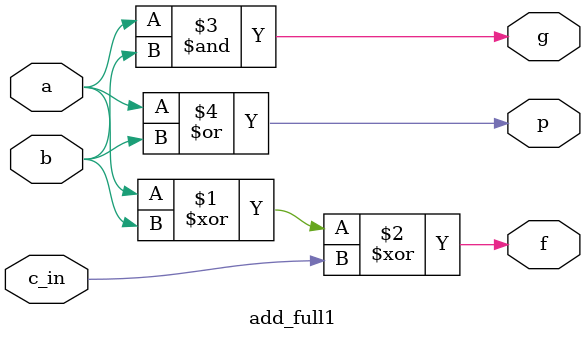
<source format=v>
module add_full1(
    input   a,      //ÊäÈë
    input   b,
    input   c_in,   //ÊäÈëµÄ½øÎ»
    output  f,      //1Î»¼ÓµÄ½á¹û
    output  g,      //Éú³ÉÐÅºÅ  g = a * b
    output  p       //´«²¥ÐÅºÅ  p = a + b
);

assign f = a ^ b ^ c_in;
assign g = a & b;
assign p = a | b;

endmodule
</source>
